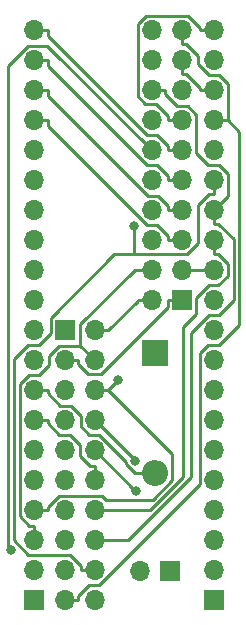
<source format=gbr>
%TF.GenerationSoftware,KiCad,Pcbnew,7.0.1*%
%TF.CreationDate,2023-06-01T10:46:18-07:00*%
%TF.ProjectId,tn_vdp_v2_socket,746e5f76-6470-45f7-9632-5f736f636b65,rev?*%
%TF.SameCoordinates,Original*%
%TF.FileFunction,Copper,L2,Bot*%
%TF.FilePolarity,Positive*%
%FSLAX46Y46*%
G04 Gerber Fmt 4.6, Leading zero omitted, Abs format (unit mm)*
G04 Created by KiCad (PCBNEW 7.0.1) date 2023-06-01 10:46:18*
%MOMM*%
%LPD*%
G01*
G04 APERTURE LIST*
%TA.AperFunction,ComponentPad*%
%ADD10R,2.200000X2.200000*%
%TD*%
%TA.AperFunction,ComponentPad*%
%ADD11O,2.200000X2.200000*%
%TD*%
%TA.AperFunction,ComponentPad*%
%ADD12R,1.700000X1.700000*%
%TD*%
%TA.AperFunction,ComponentPad*%
%ADD13O,1.700000X1.700000*%
%TD*%
%TA.AperFunction,ViaPad*%
%ADD14C,0.800000*%
%TD*%
%TA.AperFunction,Conductor*%
%ADD15C,0.250000*%
%TD*%
G04 APERTURE END LIST*
D10*
%TO.P,D1,1,K*%
%TO.N,VCCO*%
X172250000Y-77500000D03*
D11*
%TO.P,D1,2,A*%
%TO.N,VCC*%
X172250000Y-87660000D03*
%TD*%
D12*
%TO.P,J3,1,Pin_1*%
%TO.N,GND*%
X164592000Y-75565000D03*
D13*
%TO.P,J3,2,Pin_2*%
%TO.N,VCCO*%
X167132000Y-75565000D03*
%TO.P,J3,3,Pin_3*%
%TO.N,GND*%
X164592000Y-78105000D03*
%TO.P,J3,4,Pin_4*%
%TO.N,CPUCLK*%
X167132000Y-78105000D03*
%TO.P,J3,5,Pin_5*%
%TO.N,CD0*%
X164592000Y-80645000D03*
%TO.P,J3,6,Pin_6*%
%TO.N,GROMCLK*%
X167132000Y-80645000D03*
%TO.P,J3,7,Pin_7*%
%TO.N,CD1*%
X164592000Y-83185000D03*
%TO.P,J3,8,Pin_8*%
%TO.N,AUDIO*%
X167132000Y-83185000D03*
%TO.P,J3,9,Pin_9*%
%TO.N,CD2*%
X164592000Y-85725000D03*
%TO.P,J3,10,Pin_10*%
%TO.N,MODE1*%
X167132000Y-85725000D03*
%TO.P,J3,11,Pin_11*%
%TO.N,CD3*%
X164592000Y-88265000D03*
%TO.P,J3,12,Pin_12*%
%TO.N,~{RESET}*%
X167132000Y-88265000D03*
%TO.P,J3,13,Pin_13*%
%TO.N,CD4*%
X164592000Y-90805000D03*
%TO.P,J3,14,Pin_14*%
%TO.N,MODE0*%
X167132000Y-90805000D03*
%TO.P,J3,15,Pin_15*%
%TO.N,CD5*%
X164592000Y-93345000D03*
%TO.P,J3,16,Pin_16*%
%TO.N,~{CSW}*%
X167132000Y-93345000D03*
%TO.P,J3,17,Pin_17*%
%TO.N,CD6*%
X164592000Y-95885000D03*
%TO.P,J3,18,Pin_18*%
%TO.N,~{CSR}*%
X167132000Y-95885000D03*
%TO.P,J3,19,Pin_19*%
%TO.N,CD7*%
X164592000Y-98425000D03*
%TO.P,J3,20,Pin_20*%
%TO.N,~{INT}*%
X167132000Y-98425000D03*
%TD*%
D12*
%TO.P,J5,1,Pin_1*%
%TO.N,AUDIO*%
X173525000Y-96000000D03*
D13*
%TO.P,J5,2,Pin_2*%
%TO.N,MODE1*%
X170985000Y-96000000D03*
%TD*%
D12*
%TO.P,J4,1,Pin_1*%
%TO.N,GND*%
X174498000Y-73025000D03*
D13*
%TO.P,J4,2,Pin_2*%
%TO.N,VCCO*%
X171958000Y-73025000D03*
%TO.P,J4,3,Pin_3*%
%TO.N,GND*%
X174498000Y-70485000D03*
%TO.P,J4,4,Pin_4*%
%TO.N,CPUCLK*%
X171958000Y-70485000D03*
%TO.P,J4,5,Pin_5*%
%TO.N,CD0*%
X174498000Y-67945000D03*
%TO.P,J4,6,Pin_6*%
%TO.N,GROMCLK*%
X171958000Y-67945000D03*
%TO.P,J4,7,Pin_7*%
%TO.N,CD1*%
X174498000Y-65405000D03*
%TO.P,J4,8,Pin_8*%
%TO.N,AUDIO*%
X171958000Y-65405000D03*
%TO.P,J4,9,Pin_9*%
%TO.N,CD2*%
X174498000Y-62865000D03*
%TO.P,J4,10,Pin_10*%
%TO.N,MODE1*%
X171958000Y-62865000D03*
%TO.P,J4,11,Pin_11*%
%TO.N,CD3*%
X174498000Y-60325000D03*
%TO.P,J4,12,Pin_12*%
%TO.N,~{RESET}*%
X171958000Y-60325000D03*
%TO.P,J4,13,Pin_13*%
%TO.N,CD4*%
X174498000Y-57785000D03*
%TO.P,J4,14,Pin_14*%
%TO.N,MODE0*%
X171958000Y-57785000D03*
%TO.P,J4,15,Pin_15*%
%TO.N,CD5*%
X174498000Y-55245000D03*
%TO.P,J4,16,Pin_16*%
%TO.N,~{CSW}*%
X171958000Y-55245000D03*
%TO.P,J4,17,Pin_17*%
%TO.N,CD6*%
X174498000Y-52705000D03*
%TO.P,J4,18,Pin_18*%
%TO.N,~{CSR}*%
X171958000Y-52705000D03*
%TO.P,J4,19,Pin_19*%
%TO.N,CD7*%
X174498000Y-50165000D03*
%TO.P,J4,20,Pin_20*%
%TO.N,~{INT}*%
X171958000Y-50165000D03*
%TD*%
D12*
%TO.P,J2,1,Pin_1*%
%TO.N,unconnected-(J2-Pin_1-Pad1)*%
X161975800Y-98420000D03*
D13*
%TO.P,J2,2,Pin_2*%
%TO.N,unconnected-(J2-Pin_2-Pad2)*%
X161975800Y-95880000D03*
%TO.P,J2,3,Pin_3*%
%TO.N,CPUCLK*%
X161975800Y-93340000D03*
%TO.P,J2,4,Pin_4*%
%TO.N,GROMCLK*%
X161975800Y-90800000D03*
%TO.P,J2,5,Pin_5*%
%TO.N,unconnected-(J2-Pin_5-Pad5)*%
X161975800Y-88260000D03*
%TO.P,J2,6,Pin_6*%
%TO.N,unconnected-(J2-Pin_6-Pad6)*%
X161975800Y-85720000D03*
%TO.P,J2,7,Pin_7*%
%TO.N,~{RESET}*%
X161975800Y-83180000D03*
%TO.P,J2,8,Pin_8*%
%TO.N,VCC*%
X161975800Y-80640000D03*
%TO.P,J2,9,Pin_9*%
%TO.N,unconnected-(J2-Pin_9-Pad9)*%
X161975800Y-78100000D03*
%TO.P,J2,10,Pin_10*%
%TO.N,unconnected-(J2-Pin_10-Pad10)*%
X161975800Y-75560000D03*
%TO.P,J2,11,Pin_11*%
%TO.N,unconnected-(J2-Pin_11-Pad11)*%
X161975800Y-73020000D03*
%TO.P,J2,12,Pin_12*%
%TO.N,unconnected-(J2-Pin_12-Pad12)*%
X161975800Y-70480000D03*
%TO.P,J2,13,Pin_13*%
%TO.N,unconnected-(J2-Pin_13-Pad13)*%
X161975800Y-67940000D03*
%TO.P,J2,14,Pin_14*%
%TO.N,unconnected-(J2-Pin_14-Pad14)*%
X161975800Y-65400000D03*
%TO.P,J2,15,Pin_15*%
%TO.N,unconnected-(J2-Pin_15-Pad15)*%
X161975800Y-62860000D03*
%TO.P,J2,16,Pin_16*%
%TO.N,unconnected-(J2-Pin_16-Pad16)*%
X161975800Y-60320000D03*
%TO.P,J2,17,Pin_17*%
%TO.N,CD0*%
X161975800Y-57780000D03*
%TO.P,J2,18,Pin_18*%
%TO.N,CD1*%
X161975800Y-55240000D03*
%TO.P,J2,19,Pin_19*%
%TO.N,CD2*%
X161975800Y-52700000D03*
%TO.P,J2,20,Pin_20*%
%TO.N,CD3*%
X161975800Y-50160000D03*
%TD*%
D12*
%TO.P,J1,1,Pin_1*%
%TO.N,unconnected-(J1-Pin_1-Pad1)*%
X177215800Y-98420000D03*
D13*
%TO.P,J1,2,Pin_2*%
%TO.N,unconnected-(J1-Pin_2-Pad2)*%
X177215800Y-95880000D03*
%TO.P,J1,3,Pin_3*%
%TO.N,unconnected-(J1-Pin_3-Pad3)*%
X177215800Y-93340000D03*
%TO.P,J1,4,Pin_4*%
%TO.N,unconnected-(J1-Pin_4-Pad4)*%
X177215800Y-90800000D03*
%TO.P,J1,5,Pin_5*%
%TO.N,unconnected-(J1-Pin_5-Pad5)*%
X177215800Y-88260000D03*
%TO.P,J1,6,Pin_6*%
%TO.N,unconnected-(J1-Pin_6-Pad6)*%
X177215800Y-85720000D03*
%TO.P,J1,7,Pin_7*%
%TO.N,unconnected-(J1-Pin_7-Pad7)*%
X177215800Y-83180000D03*
%TO.P,J1,8,Pin_8*%
%TO.N,unconnected-(J1-Pin_8-Pad8)*%
X177215800Y-80640000D03*
%TO.P,J1,9,Pin_9*%
%TO.N,unconnected-(J1-Pin_9-Pad9)*%
X177215800Y-78100000D03*
%TO.P,J1,10,Pin_10*%
%TO.N,unconnected-(J1-Pin_10-Pad10)*%
X177215800Y-75560000D03*
%TO.P,J1,11,Pin_11*%
%TO.N,unconnected-(J1-Pin_11-Pad11)*%
X177215800Y-73020000D03*
%TO.P,J1,12,Pin_12*%
%TO.N,GND*%
X177215800Y-70480000D03*
%TO.P,J1,13,Pin_13*%
%TO.N,MODE0*%
X177215800Y-67940000D03*
%TO.P,J1,14,Pin_14*%
%TO.N,~{CSW}*%
X177215800Y-65400000D03*
%TO.P,J1,15,Pin_15*%
%TO.N,~{CSR}*%
X177215800Y-62860000D03*
%TO.P,J1,16,Pin_16*%
%TO.N,~{INT}*%
X177215800Y-60320000D03*
%TO.P,J1,17,Pin_17*%
%TO.N,CD7*%
X177215800Y-57780000D03*
%TO.P,J1,18,Pin_18*%
%TO.N,CD6*%
X177215800Y-55240000D03*
%TO.P,J1,19,Pin_19*%
%TO.N,CD5*%
X177215800Y-52700000D03*
%TO.P,J1,20,Pin_20*%
%TO.N,CD4*%
X177215800Y-50160000D03*
%TD*%
D14*
%TO.N,~{CSR}*%
X170446400Y-66745900D03*
%TO.N,~{RESET}*%
X160024200Y-94179500D03*
%TO.N,GROMCLK*%
X169131100Y-79821000D03*
%TO.N,AUDIO*%
X170533400Y-86639900D03*
%TO.N,MODE1*%
X170680200Y-89177000D03*
%TD*%
D15*
%TO.N,GND*%
X174498000Y-73025000D02*
X173322900Y-73025000D01*
X165767100Y-78470300D02*
X165767100Y-78105000D01*
X173322900Y-73623200D02*
X167662900Y-79283200D01*
X164592000Y-78105000D02*
X165767100Y-78105000D01*
X174498000Y-70485000D02*
X175673100Y-70485000D01*
X173322900Y-73025000D02*
X173322900Y-73623200D01*
X177215800Y-70480000D02*
X175678100Y-70480000D01*
X166580000Y-79283200D02*
X165767100Y-78470300D01*
X175678100Y-70480000D02*
X175673100Y-70485000D01*
X167662900Y-79283200D02*
X166580000Y-79283200D01*
%TO.N,VCC*%
X166701100Y-84455000D02*
X167545700Y-84455000D01*
X163150900Y-80933800D02*
X164226900Y-82009800D01*
X165956800Y-82848900D02*
X165956800Y-83710700D01*
X164226900Y-82009800D02*
X165117700Y-82009800D01*
X163150900Y-80640000D02*
X163150900Y-80933800D01*
X165956800Y-83710700D02*
X166701100Y-84455000D01*
X161975800Y-80640000D02*
X163150900Y-80640000D01*
X169808300Y-86940200D02*
X170528100Y-87660000D01*
X172250000Y-87660000D02*
X170824900Y-87660000D01*
X167545700Y-84455000D02*
X169808300Y-86717600D01*
X170528100Y-87660000D02*
X170824900Y-87660000D01*
X165117700Y-82009800D02*
X165956800Y-82848900D01*
X169808300Y-86717600D02*
X169808300Y-86940200D01*
%TO.N,VCCO*%
X170782900Y-73089200D02*
X168307100Y-75565000D01*
X167132000Y-75565000D02*
X168307100Y-75565000D01*
X170782900Y-73025000D02*
X170782900Y-73089200D01*
X171958000Y-73025000D02*
X170782900Y-73025000D01*
%TO.N,MODE0*%
X178413800Y-69945900D02*
X178413800Y-70946800D01*
X177610600Y-71750000D02*
X176810200Y-71750000D01*
X177215800Y-69115100D02*
X177583000Y-69115100D01*
X174588000Y-75309900D02*
X174588000Y-88025900D01*
X177583000Y-69115100D02*
X178413800Y-69945900D01*
X174588000Y-88025900D02*
X171808900Y-90805000D01*
X175697700Y-72862500D02*
X175697700Y-74200200D01*
X171808900Y-90805000D02*
X167132000Y-90805000D01*
X178413800Y-70946800D02*
X177610600Y-71750000D01*
X176810200Y-71750000D02*
X175697700Y-72862500D01*
X175697700Y-74200200D02*
X174588000Y-75309900D01*
X177215800Y-67940000D02*
X177215800Y-69115100D01*
%TO.N,~{CSW}*%
X175301800Y-88010300D02*
X169967100Y-93345000D01*
X169967100Y-93345000D02*
X167132000Y-93345000D01*
X175759600Y-57349300D02*
X175020100Y-56609800D01*
X178904600Y-67896600D02*
X178904600Y-73016300D01*
X173133100Y-55610300D02*
X173133100Y-55245000D01*
X177215800Y-65400000D02*
X177215800Y-66575100D01*
X177215800Y-65400000D02*
X178441400Y-64174400D01*
X174132600Y-56609800D02*
X173133100Y-55610300D01*
X177583100Y-66575100D02*
X178904600Y-67896600D01*
X176820600Y-74293400D02*
X175301800Y-75812200D01*
X178441400Y-64174400D02*
X178441400Y-62345500D01*
X175020100Y-56609800D02*
X174132600Y-56609800D01*
X177627500Y-74293400D02*
X176820600Y-74293400D01*
X175301800Y-75812200D02*
X175301800Y-88010300D01*
X178904600Y-73016300D02*
X177627500Y-74293400D01*
X176760400Y-61590000D02*
X175759600Y-60589200D01*
X177685900Y-61590000D02*
X176760400Y-61590000D01*
X177215800Y-66575100D02*
X177583100Y-66575100D01*
X178441400Y-62345500D02*
X177685900Y-61590000D01*
X171958000Y-55245000D02*
X173133100Y-55245000D01*
X175759600Y-60589200D02*
X175759600Y-57349300D01*
%TO.N,~{CSR}*%
X176850500Y-64035100D02*
X177215800Y-64035100D01*
X163416800Y-75831500D02*
X163416800Y-74551700D01*
X165956900Y-95517800D02*
X165049100Y-94610000D01*
X162418300Y-76830000D02*
X163416800Y-75831500D01*
X161504200Y-76830000D02*
X162418300Y-76830000D01*
X163416800Y-74551700D02*
X168815700Y-69152800D01*
X177215800Y-62860000D02*
X177215800Y-64035100D01*
X174987000Y-69152800D02*
X175920300Y-68219500D01*
X165956900Y-95885000D02*
X165956900Y-95517800D01*
X160277800Y-93371600D02*
X160277800Y-78056400D01*
X160277800Y-78056400D02*
X161504200Y-76830000D01*
X161516200Y-94610000D02*
X160277800Y-93371600D01*
X175920300Y-64965300D02*
X176850500Y-64035100D01*
X168815700Y-69152800D02*
X170446400Y-69152800D01*
X165049100Y-94610000D02*
X161516200Y-94610000D01*
X170446400Y-69152800D02*
X170446400Y-66745900D01*
X175920300Y-68219500D02*
X175920300Y-64965300D01*
X170446400Y-69152800D02*
X174987000Y-69152800D01*
X167132000Y-95885000D02*
X165956900Y-95885000D01*
%TO.N,CD7*%
X176814400Y-53970000D02*
X175854400Y-53010000D01*
X165767100Y-98059700D02*
X166671800Y-97155000D01*
X179369800Y-58758900D02*
X178390900Y-57780000D01*
X174498000Y-50165000D02*
X174498000Y-51340100D01*
X177641100Y-53970000D02*
X176814400Y-53970000D01*
X176752700Y-76830000D02*
X177668300Y-76830000D01*
X175854400Y-53010000D02*
X175854400Y-52331300D01*
X177215800Y-57780000D02*
X178390900Y-57780000D01*
X177668300Y-76830000D02*
X179369800Y-75128500D01*
X178390900Y-54719800D02*
X177641100Y-53970000D01*
X178390900Y-57780000D02*
X178390900Y-54719800D01*
X176040600Y-88638400D02*
X176040600Y-77542100D01*
X166671800Y-97155000D02*
X167524000Y-97155000D01*
X176040600Y-77542100D02*
X176752700Y-76830000D01*
X175854400Y-52331300D02*
X174863200Y-51340100D01*
X179369800Y-75128500D02*
X179369800Y-58758900D01*
X167524000Y-97155000D02*
X176040600Y-88638400D01*
X165767100Y-98425000D02*
X165767100Y-98059700D01*
X164592000Y-98425000D02*
X165767100Y-98425000D01*
X174863200Y-51340100D02*
X174498000Y-51340100D01*
%TO.N,CD6*%
X174832900Y-53880100D02*
X174498000Y-53880100D01*
X176040700Y-55087900D02*
X174832900Y-53880100D01*
X174498000Y-52705000D02*
X174498000Y-53880100D01*
X177215800Y-55240000D02*
X176040700Y-55240000D01*
X176040700Y-55240000D02*
X176040700Y-55087900D01*
%TO.N,CD4*%
X174498000Y-57785000D02*
X173322900Y-57785000D01*
X171461800Y-48983500D02*
X170780700Y-49664600D01*
X170780700Y-55782900D02*
X171418000Y-56420200D01*
X177215800Y-50160000D02*
X176040700Y-50160000D01*
X175011100Y-48983500D02*
X171461800Y-48983500D01*
X176040700Y-50160000D02*
X176040700Y-50013100D01*
X176040700Y-50013100D02*
X175011100Y-48983500D01*
X170780700Y-49664600D02*
X170780700Y-55782900D01*
X171418000Y-56420200D02*
X172323300Y-56420200D01*
X172323300Y-56420200D02*
X173322900Y-57419800D01*
X173322900Y-57419800D02*
X173322900Y-57785000D01*
%TO.N,CD3*%
X174498000Y-60325000D02*
X173322900Y-60325000D01*
X163150900Y-50160000D02*
X163150900Y-50674100D01*
X163150900Y-50674100D02*
X171531800Y-59055000D01*
X172418100Y-59055000D02*
X173322900Y-59959800D01*
X173322900Y-59959800D02*
X173322900Y-60325000D01*
X161975800Y-50160000D02*
X163150900Y-50160000D01*
X171531800Y-59055000D02*
X172418100Y-59055000D01*
%TO.N,CD2*%
X161975800Y-52700000D02*
X163150900Y-52700000D01*
X172418100Y-61595000D02*
X173322900Y-62499800D01*
X174498000Y-62865000D02*
X173322900Y-62865000D01*
X163150900Y-53214100D02*
X171531800Y-61595000D01*
X171531800Y-61595000D02*
X172418100Y-61595000D01*
X163150900Y-52700000D02*
X163150900Y-53214100D01*
X173322900Y-62499800D02*
X173322900Y-62865000D01*
%TO.N,CD1*%
X173322900Y-65037700D02*
X172515100Y-64229900D01*
X171653800Y-64229900D02*
X163150900Y-55727000D01*
X173322900Y-65405000D02*
X173322900Y-65037700D01*
X161975800Y-55240000D02*
X163150900Y-55240000D01*
X172515100Y-64229900D02*
X171653800Y-64229900D01*
X174498000Y-65405000D02*
X173322900Y-65405000D01*
X163150900Y-55727000D02*
X163150900Y-55240000D01*
%TO.N,CD0*%
X172418100Y-66675000D02*
X173322900Y-67579800D01*
X173322900Y-67579800D02*
X173322900Y-67945000D01*
X161975800Y-57780000D02*
X163150900Y-57780000D01*
X174498000Y-67945000D02*
X173322900Y-67945000D01*
X163150900Y-58260500D02*
X171565400Y-66675000D01*
X171565400Y-66675000D02*
X172418100Y-66675000D01*
X163150900Y-57780000D02*
X163150900Y-58260500D01*
%TO.N,~{RESET}*%
X171958000Y-60325000D02*
X163115000Y-51482000D01*
X159787700Y-53223900D02*
X159787700Y-93943000D01*
X159787700Y-93943000D02*
X160024200Y-94179500D01*
X161529600Y-51482000D02*
X159787700Y-53223900D01*
X163150900Y-83180000D02*
X163150900Y-83473800D01*
X166766700Y-87089900D02*
X167132000Y-87089900D01*
X164149900Y-84472800D02*
X165031700Y-84472800D01*
X165862000Y-86185200D02*
X166766700Y-87089900D01*
X167132000Y-88265000D02*
X167132000Y-87089900D01*
X165862000Y-85303100D02*
X165862000Y-86185200D01*
X165031700Y-84472800D02*
X165862000Y-85303100D01*
X163150900Y-83473800D02*
X164149900Y-84472800D01*
X163115000Y-51482000D02*
X161529600Y-51482000D01*
X161975800Y-83180000D02*
X163150900Y-83180000D01*
%TO.N,GROMCLK*%
X168099800Y-89934100D02*
X167784400Y-89618700D01*
X164111900Y-89618700D02*
X163150900Y-90579700D01*
X169131100Y-79821000D02*
X168307100Y-80645000D01*
X161975800Y-90800000D02*
X163150900Y-90800000D01*
X168307100Y-80645000D02*
X173697800Y-86035700D01*
X163150900Y-90579700D02*
X163150900Y-90800000D01*
X173697800Y-86035700D02*
X173697800Y-88279400D01*
X173697800Y-88279400D02*
X172043100Y-89934100D01*
X167784400Y-89618700D02*
X164111900Y-89618700D01*
X167132000Y-80645000D02*
X168307100Y-80645000D01*
X172043100Y-89934100D02*
X168099800Y-89934100D01*
%TO.N,CPUCLK*%
X165938700Y-75085300D02*
X165938700Y-76911700D01*
X163305000Y-77720800D02*
X164114100Y-76911700D01*
X162431400Y-79370000D02*
X163305000Y-78496400D01*
X161556100Y-79370000D02*
X162431400Y-79370000D01*
X170539000Y-70485000D02*
X165938700Y-75085300D01*
X164114100Y-76911700D02*
X165938700Y-76911700D01*
X160779800Y-80146300D02*
X161556100Y-79370000D01*
X161975800Y-93340000D02*
X161975800Y-92164900D01*
X171958000Y-70485000D02*
X170539000Y-70485000D01*
X163305000Y-78496400D02*
X163305000Y-77720800D01*
X161975800Y-92164900D02*
X161608600Y-92164900D01*
X160779800Y-91336100D02*
X160779800Y-80146300D01*
X165938700Y-76911700D02*
X167132000Y-78105000D01*
X161608600Y-92164900D02*
X160779800Y-91336100D01*
%TO.N,AUDIO*%
X167132000Y-83185000D02*
X170533400Y-86586400D01*
X170533400Y-86586400D02*
X170533400Y-86639900D01*
%TO.N,MODE1*%
X167132000Y-85725000D02*
X170584000Y-89177000D01*
X170584000Y-89177000D02*
X170680200Y-89177000D01*
%TD*%
M02*

</source>
